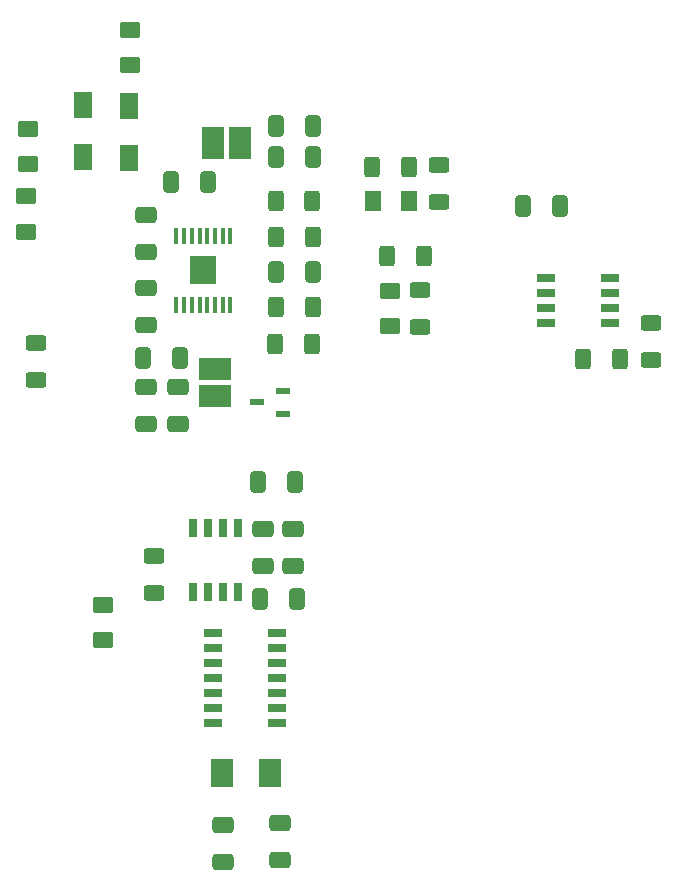
<source format=gtp>
%TF.GenerationSoftware,KiCad,Pcbnew,8.0.5*%
%TF.CreationDate,2024-12-19T23:12:18-05:00*%
%TF.ProjectId,LCC-Pico-Stepper_v2_4,4c43432d-5069-4636-9f2d-537465707065,rev?*%
%TF.SameCoordinates,Original*%
%TF.FileFunction,Paste,Top*%
%TF.FilePolarity,Positive*%
%FSLAX46Y46*%
G04 Gerber Fmt 4.6, Leading zero omitted, Abs format (unit mm)*
G04 Created by KiCad (PCBNEW 8.0.5) date 2024-12-19 23:12:18*
%MOMM*%
%LPD*%
G01*
G04 APERTURE LIST*
G04 Aperture macros list*
%AMRoundRect*
0 Rectangle with rounded corners*
0 $1 Rounding radius*
0 $2 $3 $4 $5 $6 $7 $8 $9 X,Y pos of 4 corners*
0 Add a 4 corners polygon primitive as box body*
4,1,4,$2,$3,$4,$5,$6,$7,$8,$9,$2,$3,0*
0 Add four circle primitives for the rounded corners*
1,1,$1+$1,$2,$3*
1,1,$1+$1,$4,$5*
1,1,$1+$1,$6,$7*
1,1,$1+$1,$8,$9*
0 Add four rect primitives between the rounded corners*
20,1,$1+$1,$2,$3,$4,$5,0*
20,1,$1+$1,$4,$5,$6,$7,0*
20,1,$1+$1,$6,$7,$8,$9,0*
20,1,$1+$1,$8,$9,$2,$3,0*%
G04 Aperture macros list end*
%ADD10RoundRect,0.250000X0.400000X0.625000X-0.400000X0.625000X-0.400000X-0.625000X0.400000X-0.625000X0*%
%ADD11R,1.150000X0.600000*%
%ADD12RoundRect,0.250001X0.624999X-0.462499X0.624999X0.462499X-0.624999X0.462499X-0.624999X-0.462499X0*%
%ADD13RoundRect,0.250000X-0.400000X-0.625000X0.400000X-0.625000X0.400000X0.625000X-0.400000X0.625000X0*%
%ADD14RoundRect,0.250000X-0.412500X-0.650000X0.412500X-0.650000X0.412500X0.650000X-0.412500X0.650000X0*%
%ADD15R,0.700000X1.550000*%
%ADD16RoundRect,0.250000X0.625000X-0.400000X0.625000X0.400000X-0.625000X0.400000X-0.625000X-0.400000X0*%
%ADD17R,2.800000X1.850000*%
%ADD18RoundRect,0.250000X0.412500X0.650000X-0.412500X0.650000X-0.412500X-0.650000X0.412500X-0.650000X0*%
%ADD19RoundRect,0.250000X0.650000X-0.412500X0.650000X0.412500X-0.650000X0.412500X-0.650000X-0.412500X0*%
%ADD20RoundRect,0.250000X-0.625000X0.400000X-0.625000X-0.400000X0.625000X-0.400000X0.625000X0.400000X0*%
%ADD21R,1.500000X0.700000*%
%ADD22R,1.500000X0.650000*%
%ADD23RoundRect,0.250001X-0.624999X0.462499X-0.624999X-0.462499X0.624999X-0.462499X0.624999X0.462499X0*%
%ADD24R,1.900000X2.400000*%
%ADD25RoundRect,0.250000X-0.650000X0.412500X-0.650000X-0.412500X0.650000X-0.412500X0.650000X0.412500X0*%
%ADD26R,1.850000X2.800000*%
%ADD27R,1.600000X2.300000*%
%ADD28R,0.450000X1.475000*%
%ADD29R,2.310000X2.460000*%
%ADD30RoundRect,0.250001X-0.462499X-0.624999X0.462499X-0.624999X0.462499X0.624999X-0.462499X0.624999X0*%
G04 APERTURE END LIST*
D10*
X135370000Y-84402000D03*
X132270000Y-84402000D03*
D11*
X132900000Y-90300000D03*
X132900000Y-88380000D03*
X130700000Y-89340000D03*
D12*
X120000000Y-60787500D03*
X120000000Y-57812500D03*
D13*
X132350000Y-75307000D03*
X135450000Y-75307000D03*
D10*
X135407500Y-72329500D03*
X132307500Y-72329500D03*
D14*
X130837500Y-96100000D03*
X133962500Y-96100000D03*
D13*
X132350000Y-81307000D03*
X135450000Y-81307000D03*
D15*
X125295000Y-105425000D03*
X126565000Y-105425000D03*
X127835000Y-105425000D03*
X129105000Y-105425000D03*
X129105000Y-99975000D03*
X127835000Y-99975000D03*
X126565000Y-99975000D03*
X125295000Y-99975000D03*
D14*
X132337500Y-65985000D03*
X135462500Y-65985000D03*
D16*
X122000000Y-105450000D03*
X122000000Y-102350000D03*
D10*
X144850000Y-77000000D03*
X141750000Y-77000000D03*
D12*
X142000000Y-82887500D03*
X142000000Y-79912500D03*
D16*
X146150000Y-72350000D03*
X146150000Y-69250000D03*
D17*
X127128500Y-88787000D03*
X127128500Y-86487000D03*
D18*
X124212500Y-85562000D03*
X121087500Y-85562000D03*
D13*
X140450000Y-69400000D03*
X143550000Y-69400000D03*
D19*
X133800000Y-103162500D03*
X133800000Y-100037500D03*
D14*
X123437500Y-70700000D03*
X126562500Y-70700000D03*
D20*
X144500000Y-79850000D03*
X144500000Y-82950000D03*
D21*
X155175000Y-78795000D03*
X155175000Y-80065000D03*
X155175000Y-81335000D03*
X155175000Y-82605000D03*
X160625000Y-82605000D03*
X160625000Y-81335000D03*
X160625000Y-80065000D03*
X160625000Y-78795000D03*
D19*
X121320000Y-76624500D03*
X121320000Y-73499500D03*
D14*
X132367500Y-78307000D03*
X135492500Y-78307000D03*
D22*
X127000000Y-108890000D03*
X127000000Y-110160000D03*
X127000000Y-111430000D03*
X127000000Y-112700000D03*
X127000000Y-113970000D03*
X127000000Y-115240000D03*
X127000000Y-116510000D03*
X132400000Y-116510000D03*
X132400000Y-115240000D03*
X132400000Y-113970000D03*
X132400000Y-112700000D03*
X132400000Y-111430000D03*
X132400000Y-110160000D03*
X132400000Y-108890000D03*
D23*
X111200000Y-71912500D03*
X111200000Y-74887500D03*
D24*
X131850000Y-120700000D03*
X127750000Y-120700000D03*
D25*
X132700000Y-124937500D03*
X132700000Y-128062500D03*
D18*
X134062500Y-106000000D03*
X130937500Y-106000000D03*
D26*
X126950000Y-67400000D03*
X129250000Y-67400000D03*
D25*
X123993500Y-88074500D03*
X123993500Y-91199500D03*
D12*
X117700000Y-109500000D03*
X117700000Y-106525000D03*
D18*
X156362500Y-72700000D03*
X153237500Y-72700000D03*
D25*
X121320000Y-79699500D03*
X121320000Y-82824500D03*
D27*
X116000000Y-68600000D03*
X116000000Y-64200000D03*
D28*
X123900000Y-81100000D03*
X124550000Y-81100000D03*
X125200000Y-81100000D03*
X125850000Y-81100000D03*
X126500000Y-81100000D03*
X127150000Y-81100000D03*
X127800000Y-81100000D03*
X128450000Y-81100000D03*
X128450000Y-75224000D03*
X127800000Y-75224000D03*
X127150000Y-75224000D03*
X126500000Y-75224000D03*
X125850000Y-75224000D03*
X125200000Y-75224000D03*
X124550000Y-75224000D03*
X123900000Y-75224000D03*
D29*
X126175000Y-78162000D03*
D25*
X121328500Y-88074500D03*
X121328500Y-91199500D03*
D27*
X119850000Y-68637000D03*
X119850000Y-64237000D03*
D19*
X131200000Y-103162500D03*
X131200000Y-100037500D03*
D14*
X132337500Y-68600000D03*
X135462500Y-68600000D03*
D30*
X140575000Y-72300000D03*
X143550000Y-72300000D03*
D20*
X112000000Y-84350000D03*
X112000000Y-87450000D03*
D25*
X127800000Y-125137500D03*
X127800000Y-128262500D03*
D12*
X111300000Y-69187500D03*
X111300000Y-66212500D03*
D13*
X158350000Y-85700000D03*
X161450000Y-85700000D03*
D20*
X164100000Y-82650000D03*
X164100000Y-85750000D03*
M02*

</source>
